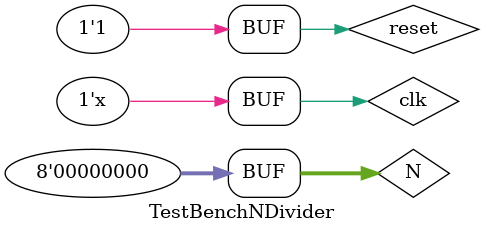
<source format=v>
`timescale 1ns / 1ps


module TestBenchNDivider;

	// Inputs
	reg clk;
	reg reset;
	reg [7:0] N;

	// Outputs
	wire out;

	// Instantiate the Unit Under Test (UUT)
	NDivider uut (
		.clk(clk), 
		.reset(reset), 
		.N(N), 
		.out(out)
	);

	initial begin
		// Initialize Inputs
		clk = 0;
		reset = 0;
		N = 8'd4;

		// Wait 100 ns for global reset to finish
		#100;
		reset = 1;
		#100
		reset = 0;
		N = 8'd0;
		#5
		reset = 1;
        
		// Add stimulus here

	end
	always #1 clk = ~clk;
      
endmodule


</source>
